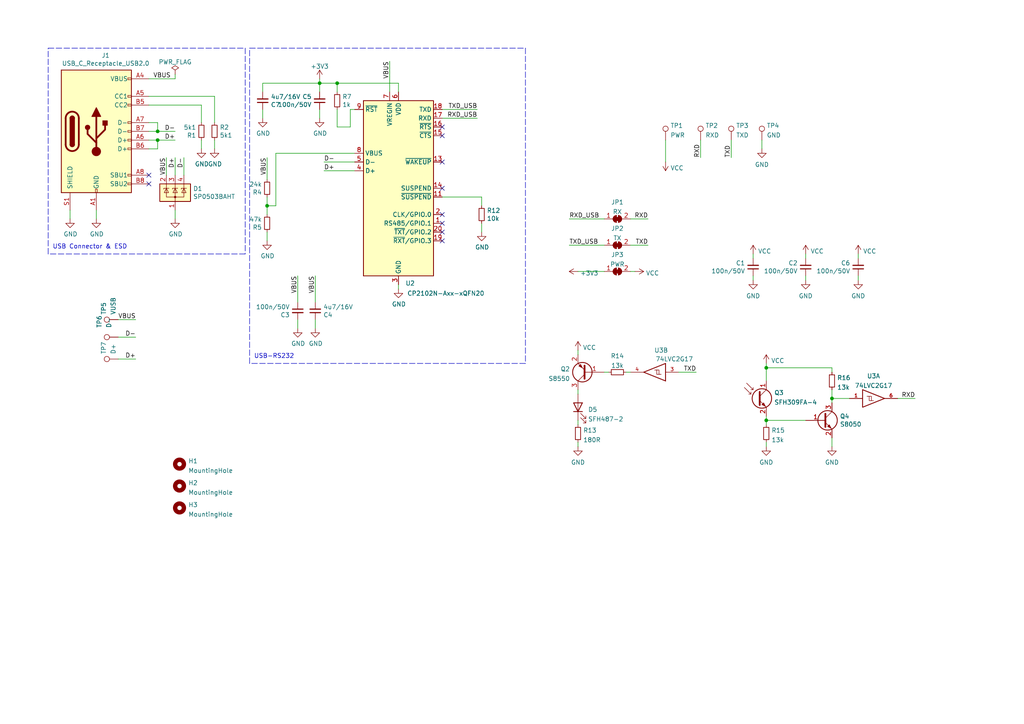
<source format=kicad_sch>
(kicad_sch (version 20211123) (generator eeschema)
  (paper "A4")
  (title_block (title "IEC-62056-21-Optical-Probe") (date "2022-01-05") (rev "1"))
  (lib_symbols
    (symbol "74xGxx:74LVC2G17" (pin_names (offset 1.016))
      (property "Reference" "U" (at -2.54 3.81 0))
      (property "Value" "74LVC2G17" (at 0 -3.81 0))
      (symbol "74LVC2G17_0_1"
        (polyline (pts (xy -1.905 0.635) (xy -1.27 0.635) (xy -1.27 -0.635)))
        (polyline (pts (xy -3.81 2.54) (xy -3.81 -2.54) (xy 2.54 0) (xy -3.81 2.54)) (stroke (width 0.254)))
        (polyline (pts (xy -2.54 0.635) (xy -1.905 0.635) (xy -1.905 -0.635) (xy -0.635 -0.635)))
        (pin power_in line (at 0 -2.54 270) (length 0) hide (name "GND") (number "2"))
        (pin power_in line (at 0 2.54 90) (length 0) hide (name "VCC") (number "5"))
      )
      (symbol "74LVC2G17_1_1"
        (pin input line (at -7.62 0 0) (length 3.81) (name "~") (number "1"))
        (pin output line (at 6.35 0 180) (length 3.81) (name "~") (number "6"))
      )
      (symbol "74LVC2G17_2_1"
        (pin input line (at -7.62 0 0) (length 3.81) (name "~") (number "3"))
        (pin output line (at 6.35 0 180) (length 3.81) (name "~") (number "4"))
      )
    )
    (symbol "Connector:TestPoint" (pin_numbers hide) (pin_names (offset 0.762) hide)
      (property "Reference" "TP" (at 0 6.858 0))
      (property "Value" "TestPoint" (at 0 5.08 0))
      (symbol "TestPoint_0_1"
        (circle (center 0 3.302) (radius 0.762))
      )
      (symbol "TestPoint_1_1"
        (pin passive line (at 0 0 90) (length 2.54) (name "1") (number "1"))
      )
    )
    (symbol "Connector:USB_C_Receptacle_USB2.0" (pin_names (offset 1.016))
      (property "Reference" "J" (at -10.16 19.05 0))
      (property "Value" "USB_C_Receptacle_USB2.0" (at 19.05 19.05 0))
      (symbol "USB_C_Receptacle_USB2.0_0_0"
        (rectangle (start -0.254 -17.78) (end 0.254 -16.764))
        (rectangle (start 10.16 -14.986) (end 9.144 -15.494))
        (rectangle (start 10.16 -12.446) (end 9.144 -12.954))
        (rectangle (start 10.16 -4.826) (end 9.144 -5.334))
        (rectangle (start 10.16 -2.286) (end 9.144 -2.794))
        (rectangle (start 10.16 0.254) (end 9.144 -0.254))
        (rectangle (start 10.16 2.794) (end 9.144 2.286))
        (rectangle (start 10.16 7.874) (end 9.144 7.366))
        (rectangle (start 10.16 10.414) (end 9.144 9.906))
        (rectangle (start 10.16 15.494) (end 9.144 14.986))
      )
      (symbol "USB_C_Receptacle_USB2.0_0_1"
        (rectangle (start -10.16 17.78) (end 10.16 -17.78) (stroke (width 0.254)) (fill (type background)))
        (arc (start -8.89 -3.81) (mid -6.985 -5.715) (end -5.08 -3.81) (stroke (width 0.508)))
        (arc (start -7.62 -3.81) (mid -6.985 -4.445) (end -6.35 -3.81) (stroke (width 0.254)))
        (arc (start -7.62 -3.81) (mid -6.985 -4.445) (end -6.35 -3.81) (stroke (width 0.254)) (fill (type outline)))
        (rectangle (start -7.62 -3.81) (end -6.35 3.81) (stroke (width 0.254)) (fill (type outline)))
        (arc (start -6.35 3.81) (mid -6.985 4.445) (end -7.62 3.81) (stroke (width 0.254)))
        (arc (start -6.35 3.81) (mid -6.985 4.445) (end -7.62 3.81) (stroke (width 0.254)) (fill (type outline)))
        (arc (start -5.08 3.81) (mid -6.985 5.715) (end -8.89 3.81) (stroke (width 0.508)))
        (circle (center -2.54 1.143) (radius 0.635) (stroke (width 0.254)) (fill (type outline)))
        (circle (center 0 -5.842) (radius 1.27) (fill (type outline)))
        (polyline (pts (xy -8.89 -3.81) (xy -8.89 3.81)) (stroke (width 0.508)))
        (polyline (pts (xy -5.08 3.81) (xy -5.08 -3.81)) (stroke (width 0.508)))
        (polyline (pts (xy 0 -5.842) (xy 0 4.318)) (stroke (width 0.508)))
        (polyline (pts (xy 0 -3.302) (xy -2.54 -0.762) (xy -2.54 0.508)) (stroke (width 0.508)))
        (polyline (pts (xy 0 -2.032) (xy 2.54 0.508) (xy 2.54 1.778)) (stroke (width 0.508)))
        (polyline (pts (xy -1.27 4.318) (xy 0 6.858) (xy 1.27 4.318) (xy -1.27 4.318)) (stroke (width 0.254)) (fill (type outline)))
        (rectangle (start 1.905 1.778) (end 3.175 3.048) (stroke (width 0.254)) (fill (type outline)))
      )
      (symbol "USB_C_Receptacle_USB2.0_1_1"
        (pin passive line (at 0 -22.86 90) (length 5.08) (name "GND") (number "A1"))
        (pin passive line (at 0 -22.86 90) (length 5.08) hide (name "GND") (number "A12"))
        (pin passive line (at 15.24 15.24 180) (length 5.08) (name "VBUS") (number "A4"))
        (pin bidirectional line (at 15.24 10.16 180) (length 5.08) (name "CC1") (number "A5"))
        (pin bidirectional line (at 15.24 -2.54 180) (length 5.08) (name "D+") (number "A6"))
        (pin bidirectional line (at 15.24 2.54 180) (length 5.08) (name "D-") (number "A7"))
        (pin bidirectional line (at 15.24 -12.7 180) (length 5.08) (name "SBU1") (number "A8"))
        (pin passive line (at 15.24 15.24 180) (length 5.08) hide (name "VBUS") (number "A9"))
        (pin passive line (at 0 -22.86 90) (length 5.08) hide (name "GND") (number "B1"))
        (pin passive line (at 0 -22.86 90) (length 5.08) hide (name "GND") (number "B12"))
        (pin passive line (at 15.24 15.24 180) (length 5.08) hide (name "VBUS") (number "B4"))
        (pin bidirectional line (at 15.24 7.62 180) (length 5.08) (name "CC2") (number "B5"))
        (pin bidirectional line (at 15.24 -5.08 180) (length 5.08) (name "D+") (number "B6"))
        (pin bidirectional line (at 15.24 0 180) (length 5.08) (name "D-") (number "B7"))
        (pin bidirectional line (at 15.24 -15.24 180) (length 5.08) (name "SBU2") (number "B8"))
        (pin passive line (at 15.24 15.24 180) (length 5.08) hide (name "VBUS") (number "B9"))
        (pin passive line (at -7.62 -22.86 90) (length 5.08) (name "SHIELD") (number "S1"))
      )
    )
    (symbol "Device:C_Small" (pin_numbers hide) (pin_names (offset 0.254) hide)
      (property "Reference" "C" (at 0.254 1.778 0))
      (property "Value" "C_Small" (at 0.254 -2.032 0))
      (symbol "C_Small_0_1"
        (polyline (pts (xy -1.524 -0.508) (xy 1.524 -0.508)) (stroke (width 0.3302)))
        (polyline (pts (xy -1.524 0.508) (xy 1.524 0.508)) (stroke (width 0.3048)))
      )
      (symbol "C_Small_1_1"
        (pin passive line (at 0 2.54 270) (length 2.032) (name "~") (number "1"))
        (pin passive line (at 0 -2.54 90) (length 2.032) (name "~") (number "2"))
      )
    )
    (symbol "Device:LED" (pin_numbers hide) (pin_names (offset 1.016) hide)
      (property "Reference" "D" (at 0 2.54 0))
      (property "Value" "LED" (at 0 -2.54 0))
      (symbol "LED_0_1"
        (polyline (pts (xy -1.27 -1.27) (xy -1.27 1.27)) (stroke (width 0.254)))
        (polyline (pts (xy -1.27 0) (xy 1.27 0)))
        (polyline (pts (xy 1.27 -1.27) (xy 1.27 1.27) (xy -1.27 0) (xy 1.27 -1.27)) (stroke (width 0.254)))
        (polyline (pts (xy -3.048 -0.762) (xy -4.572 -2.286) (xy -3.81 -2.286) (xy -4.572 -2.286) (xy -4.572 -1.524)))
        (polyline (pts (xy -1.778 -0.762) (xy -3.302 -2.286) (xy -2.54 -2.286) (xy -3.302 -2.286) (xy -3.302 -1.524)))
      )
      (symbol "LED_1_1"
        (pin passive line (at -3.81 0 0) (length 2.54) (name "K") (number "1"))
        (pin passive line (at 3.81 0 180) (length 2.54) (name "A") (number "2"))
      )
    )
    (symbol "Device:Q_NPN_BEC" (pin_names (offset 0) hide)
      (property "Reference" "Q" (at 5.08 1.27 0))
      (property "Value" "Q_NPN_BEC" (at 5.08 -1.27 0))
      (symbol "Q_NPN_BEC_0_1"
        (polyline (pts (xy 0.635 0.635) (xy 2.54 2.54)))
        (polyline (pts (xy 0.635 -0.635) (xy 2.54 -2.54) (xy 2.54 -2.54)))
        (polyline (pts (xy 0.635 1.905) (xy 0.635 -1.905) (xy 0.635 -1.905)) (stroke (width 0.508)))
        (polyline (pts (xy 1.27 -1.778) (xy 1.778 -1.27) (xy 2.286 -2.286) (xy 1.27 -1.778) (xy 1.27 -1.778)) (fill (type outline)))
        (circle (center 1.27 0) (radius 2.8194) (stroke (width 0.254)))
      )
      (symbol "Q_NPN_BEC_1_1"
        (pin input line (at -5.08 0 0) (length 5.715) (name "B") (number "1"))
        (pin passive line (at 2.54 -5.08 90) (length 2.54) (name "E") (number "2"))
        (pin passive line (at 2.54 5.08 270) (length 2.54) (name "C") (number "3"))
      )
    )
    (symbol "Device:Q_PNP_BEC" (pin_names (offset 0) hide)
      (property "Reference" "Q" (at 5.08 1.27 0))
      (property "Value" "Q_PNP_BEC" (at 5.08 -1.27 0))
      (symbol "Q_PNP_BEC_0_1"
        (polyline (pts (xy 0.635 0.635) (xy 2.54 2.54)))
        (polyline (pts (xy 0.635 -0.635) (xy 2.54 -2.54) (xy 2.54 -2.54)))
        (polyline (pts (xy 0.635 1.905) (xy 0.635 -1.905) (xy 0.635 -1.905)) (stroke (width 0.508)))
        (polyline (pts (xy 2.286 -1.778) (xy 1.778 -2.286) (xy 1.27 -1.27) (xy 2.286 -1.778) (xy 2.286 -1.778)) (fill (type outline)))
        (circle (center 1.27 0) (radius 2.8194) (stroke (width 0.254)))
      )
      (symbol "Q_PNP_BEC_1_1"
        (pin input line (at -5.08 0 0) (length 5.715) (name "B") (number "1"))
        (pin passive line (at 2.54 -5.08 90) (length 2.54) (name "E") (number "2"))
        (pin passive line (at 2.54 5.08 270) (length 2.54) (name "C") (number "3"))
      )
    )
    (symbol "Device:Q_Photo_NPN" (pin_names (offset 0) hide)
      (property "Reference" "Q" (at 5.08 1.27 0))
      (property "Value" "Q_Photo_NPN" (at 5.08 -1.27 0))
      (symbol "Q_Photo_NPN_0_1"
        (polyline (pts (xy -1.905 1.27) (xy -2.54 1.27)))
        (polyline (pts (xy -1.27 2.54) (xy -1.905 2.54)))
        (polyline (pts (xy 0.635 0.635) (xy 2.54 2.54)))
        (polyline (pts (xy -3.81 3.175) (xy -1.905 1.27) (xy -1.905 1.905)))
        (polyline (pts (xy -3.175 4.445) (xy -1.27 2.54) (xy -1.27 3.175)))
        (polyline (pts (xy 0.635 -0.635) (xy 2.54 -2.54) (xy 2.54 -2.54)))
        (polyline (pts (xy 0.635 1.905) (xy 0.635 -1.905) (xy 0.635 -1.905)) (stroke (width 0.508)))
        (polyline (pts (xy 1.27 -1.778) (xy 1.778 -1.27) (xy 2.286 -2.286) (xy 1.27 -1.778) (xy 1.27 -1.778)) (fill (type outline)))
        (circle (center 1.27 0) (radius 2.8194) (stroke (width 0.254)))
      )
      (symbol "Q_Photo_NPN_1_1"
        (pin passive line (at 2.54 5.08 270) (length 2.54) (name "C") (number "1"))
        (pin passive line (at 2.54 -5.08 90) (length 2.54) (name "E") (number "2"))
      )
    )
    (symbol "Device:R_Small" (pin_numbers hide) (pin_names (offset 0.254) hide)
      (property "Reference" "R" (at 0.762 0.508 0))
      (property "Value" "R_Small" (at 0.762 -1.016 0))
      (symbol "R_Small_0_1"
        (rectangle (start -0.762 1.778) (end 0.762 -1.778) (stroke (width 0.2032)))
      )
      (symbol "R_Small_1_1"
        (pin passive line (at 0 2.54 270) (length 0.762) (name "~") (number "1"))
        (pin passive line (at 0 -2.54 90) (length 0.762) (name "~") (number "2"))
      )
    )
    (symbol "Interface_USB:CP2102N-Axx-xQFN20"
      (property "Reference" "U" (at -8.89 26.67 0))
      (property "Value" "CP2102N-Axx-xQFN20" (at 12.7 26.67 0))
      (symbol "CP2102N-Axx-xQFN20_0_1"
        (rectangle (start -10.16 25.4) (end 10.16 -25.4) (stroke (width 0.254)) (fill (type background)))
      )
      (symbol "CP2102N-Axx-xQFN20_1_1"
        (pin bidirectional line (at 12.7 -10.16 180) (length 2.54) (name "RS485/GPIO.1") (number "1"))
        (pin no_connect line (at -10.16 -22.86 0) (length 2.54) hide (name "NC") (number "10"))
        (pin output line (at 12.7 -2.54 180) (length 2.54) (name "~{SUSPEND}") (number "11"))
        (pin passive line (at 0 -27.94 90) (length 2.54) hide (name "GND") (number "12"))
        (pin input line (at 12.7 7.62 180) (length 2.54) (name "~{WAKEUP}") (number "13"))
        (pin output line (at 12.7 0 180) (length 2.54) (name "SUSPEND") (number "14"))
        (pin input line (at 12.7 15.24 180) (length 2.54) (name "~{CTS}") (number "15"))
        (pin output line (at 12.7 17.78 180) (length 2.54) (name "~{RTS}") (number "16"))
        (pin input line (at 12.7 20.32 180) (length 2.54) (name "RXD") (number "17"))
        (pin output line (at 12.7 22.86 180) (length 2.54) (name "TXD") (number "18"))
        (pin bidirectional line (at 12.7 -15.24 180) (length 2.54) (name "~{RXT}/GPIO.3") (number "19"))
        (pin bidirectional line (at 12.7 -7.62 180) (length 2.54) (name "CLK/GPIO.0") (number "2"))
        (pin bidirectional line (at 12.7 -12.7 180) (length 2.54) (name "~{TXT}/GPIO.2") (number "20"))
        (pin passive line (at 0 -27.94 90) (length 2.54) hide (name "GND") (number "21"))
        (pin power_in line (at 0 -27.94 90) (length 2.54) (name "GND") (number "3"))
        (pin bidirectional line (at -12.7 5.08 0) (length 2.54) (name "D+") (number "4"))
        (pin bidirectional line (at -12.7 7.62 0) (length 2.54) (name "D-") (number "5"))
        (pin power_in line (at 0 27.94 270) (length 2.54) (name "VDD") (number "6"))
        (pin power_in line (at -2.54 27.94 270) (length 2.54) (name "VREGIN") (number "7"))
        (pin input line (at -12.7 10.16 0) (length 2.54) (name "VBUS") (number "8"))
        (pin input line (at -12.7 22.86 0) (length 2.54) (name "~{RST}") (number "9"))
      )
    )
    (symbol "Jumper:SolderJumper_2_Bridged" (pin_names (offset 0) hide)
      (property "Reference" "JP" (at 0 2.032 0))
      (property "Value" "SolderJumper_2_Bridged" (at 0 -2.54 0))
      (symbol "SolderJumper_2_Bridged_0_1"
        (rectangle (start -0.508 0.508) (end 0.508 -0.508) (fill (type outline)))
        (arc (start -0.254 1.016) (mid -1.27 0) (end -0.254 -1.016))
        (arc (start -0.254 1.016) (mid -1.27 0) (end -0.254 -1.016) (fill (type outline)))
        (polyline (pts (xy -0.254 1.016) (xy -0.254 -1.016)))
        (polyline (pts (xy 0.254 1.016) (xy 0.254 -1.016)))
        (arc (start 0.254 -1.016) (mid 1.27 0) (end 0.254 1.016))
        (arc (start 0.254 -1.016) (mid 1.27 0) (end 0.254 1.016) (fill (type outline)))
      )
      (symbol "SolderJumper_2_Bridged_1_1"
        (pin passive line (at -3.81 0 0) (length 2.54) (name "A") (number "1"))
        (pin passive line (at 3.81 0 180) (length 2.54) (name "B") (number "2"))
      )
    )
    (symbol "Mechanical:MountingHole" (pin_names (offset 1.016))
      (property "Reference" "H" (at 0 5.08 0))
      (property "Value" "MountingHole" (at 0 3.175 0))
      (symbol "MountingHole_0_1"
        (circle (center 0 0) (radius 1.27) (stroke (width 1.27)))
      )
    )
    (symbol "Power_Protection:SP0503BAHT" (pin_names hide)
      (property "Reference" "D" (at 5.715 2.54 0))
      (property "Value" "SP0503BAHT" (at 5.715 0.635 0))
      (symbol "SP0503BAHT_0_0"
        (pin passive line (at 0 -5.08 90) (length 2.54) (name "A") (number "1"))
      )
      (symbol "SP0503BAHT_0_1"
        (rectangle (start -4.445 2.54) (end 4.445 -2.54) (stroke (width 0.254)) (fill (type background)))
        (circle (center 0 -1.27) (radius 0.254) (fill (type outline)))
        (polyline (pts (xy -2.54 2.54) (xy -2.54 1.27)))
        (polyline (pts (xy 0 -1.27) (xy 0 -2.54)))
        (polyline (pts (xy 0 -1.27) (xy 0 1.27)))
        (polyline (pts (xy 0 2.54) (xy 0 1.27)))
        (polyline (pts (xy 0.635 1.27) (xy 0.762 1.27)))
        (polyline (pts (xy 2.54 2.54) (xy 2.54 1.27)))
        (polyline (pts (xy 0.635 1.27) (xy -0.762 1.27) (xy -0.762 1.016)))
        (polyline (pts (xy -3.302 1.016) (xy -3.302 1.27) (xy -1.905 1.27) (xy -1.778 1.27)))
        (polyline (pts (xy -2.54 1.27) (xy -2.54 -1.27) (xy 2.54 -1.27) (xy 2.54 1.27)))
        (polyline (pts (xy -2.54 1.27) (xy -1.905 0) (xy -3.175 0) (xy -2.54 1.27)))
        (polyline (pts (xy 0.635 0) (xy -0.635 0) (xy 0 1.27) (xy 0.635 0)))
        (polyline (pts (xy 1.778 1.016) (xy 1.778 1.27) (xy 3.175 1.27) (xy 3.302 1.27)))
        (polyline (pts (xy 2.54 1.27) (xy 1.905 0) (xy 3.175 0) (xy 2.54 1.27)))
      )
      (symbol "SP0503BAHT_1_1"
        (pin passive line (at -2.54 5.08 270) (length 2.54) (name "K") (number "2"))
        (pin passive line (at 0 5.08 270) (length 2.54) (name "K") (number "3"))
        (pin passive line (at 2.54 5.08 270) (length 2.54) (name "K") (number "4"))
      )
    )
    (symbol "power:+3V3" (power) (pin_names (offset 0))
      (property "Value" "+3V3" (at 0 3.556 0))
      (symbol "+3V3_0_1"
        (polyline (pts (xy -0.762 1.27) (xy 0 2.54)))
        (polyline (pts (xy 0 0) (xy 0 2.54)))
        (polyline (pts (xy 0 2.54) (xy 0.762 1.27)))
      )
      (symbol "+3V3_1_1"
        (pin power_in line (at 0 0 90) (length 0) hide (name "+3V3") (number "1"))
      )
    )
    (symbol "power:GND" (power) (pin_names (offset 0))
      (property "Value" "GND" (at 0 -3.81 0))
      (symbol "GND_0_1"
        (polyline (pts (xy 0 0) (xy 0 -1.27) (xy 1.27 -1.27) (xy 0 -2.54) (xy -1.27 -1.27) (xy 0 -1.27)))
      )
      (symbol "GND_1_1"
        (pin power_in line (at 0 0 270) (length 0) hide (name "GND") (number "1"))
      )
    )
    (symbol "power:PWR_FLAG" (power) (pin_numbers hide) (pin_names (offset 0) hide)
      (property "Value" "PWR_FLAG" (at 0 3.81 0))
      (symbol "PWR_FLAG_0_0"
        (pin power_out line (at 0 0 90) (length 0) (name "pwr") (number "1"))
      )
      (symbol "PWR_FLAG_0_1"
        (polyline (pts (xy 0 0) (xy 0 1.27) (xy -1.016 1.905) (xy 0 2.54) (xy 1.016 1.905) (xy 0 1.27)))
      )
    )
    (symbol "power:VCC" (power) (pin_names (offset 0))
      (property "Value" "VCC" (at 0 3.81 0))
      (symbol "VCC_0_1"
        (polyline (pts (xy -0.762 1.27) (xy 0 2.54)))
        (polyline (pts (xy 0 0) (xy 0 2.54)))
        (polyline (pts (xy 0 2.54) (xy 0.762 1.27)))
      )
      (symbol "VCC_1_1"
        (pin power_in line (at 0 0 90) (length 0) hide (name "VCC") (number "1"))
      )
    )
  )
  (junction (at 77.47 59.69))
  (junction (at 241.3 115.57))
  (junction (at 45.72 38.1))
  (junction (at 92.71 24.13))
  (junction (at 222.25 121.92))
  (junction (at 222.25 106.68))
  (junction (at 45.72 40.64))
  (junction (at 97.79 24.13))
  (no_connect (at 43.18 50.8))
  (no_connect (at 128.27 54.61))
  (no_connect (at 128.27 69.85))
  (no_connect (at 43.18 53.34))
  (no_connect (at 128.27 67.31))
  (no_connect (at 128.27 62.23))
  (no_connect (at 128.27 36.83))
  (no_connect (at 128.27 39.37))
  (no_connect (at 128.27 46.99))
  (no_connect (at 128.27 64.77))
  (wire (pts (xy 212.09 40.64) (xy 212.09 45.72)))
  (wire (pts (xy 241.3 115.57) (xy 241.3 116.84)))
  (wire (pts (xy 43.18 30.48) (xy 58.42 30.48)))
  (wire (pts (xy 167.64 78.74) (xy 175.26 78.74)))
  (wire (pts (xy 77.47 59.69) (xy 77.47 62.23)))
  (wire (pts (xy 101.6 31.75) (xy 101.6 36.83)))
  (polyline (pts (xy 13.97 73.66) (xy 13.97 13.97)))
  (wire (pts (xy 48.26 45.72) (xy 48.26 50.8)))
  (wire (pts (xy 128.27 57.15) (xy 139.7 57.15)))
  (wire (pts (xy 222.25 128.27) (xy 222.25 129.54)))
  (wire (pts (xy 53.34 50.8) (xy 53.34 45.72)))
  (wire (pts (xy 50.8 22.86) (xy 50.8 21.59)))
  (wire (pts (xy 34.29 92.71) (xy 39.37 92.71)))
  (wire (pts (xy 97.79 26.67) (xy 97.79 24.13)))
  (wire (pts (xy 77.47 59.69) (xy 80.01 59.69)))
  (wire (pts (xy 43.18 27.94) (xy 62.23 27.94)))
  (wire (pts (xy 233.68 73.66) (xy 233.68 74.93)))
  (wire (pts (xy 241.3 127) (xy 241.3 129.54)))
  (wire (pts (xy 248.92 80.01) (xy 248.92 81.28)))
  (wire (pts (xy 20.32 63.5) (xy 20.32 60.96)))
  (wire (pts (xy 248.92 73.66) (xy 248.92 74.93)))
  (wire (pts (xy 27.94 63.5) (xy 27.94 60.96)))
  (wire (pts (xy 182.88 71.12) (xy 187.96 71.12)))
  (wire (pts (xy 167.64 101.6) (xy 167.64 102.87)))
  (wire (pts (xy 34.29 104.14) (xy 39.37 104.14)))
  (wire (pts (xy 45.72 38.1) (xy 50.8 38.1)))
  (wire (pts (xy 80.01 44.45) (xy 102.87 44.45)))
  (wire (pts (xy 43.18 22.86) (xy 50.8 22.86)))
  (wire (pts (xy 182.88 78.74) (xy 184.15 78.74)))
  (wire (pts (xy 92.71 31.75) (xy 92.71 34.29)))
  (wire (pts (xy 45.72 40.64) (xy 50.8 40.64)))
  (wire (pts (xy 222.25 121.92) (xy 233.68 121.92)))
  (wire (pts (xy 222.25 105.41) (xy 222.25 106.68)))
  (polyline (pts (xy 13.97 13.97) (xy 71.12 13.97)))
  (wire (pts (xy 34.29 97.79) (xy 39.37 97.79)))
  (polyline (pts (xy 72.39 105.41) (xy 72.39 13.97)))
  (wire (pts (xy 115.57 24.13) (xy 115.57 26.67)))
  (wire (pts (xy 92.71 22.86) (xy 92.71 24.13)))
  (wire (pts (xy 91.44 80.01) (xy 91.44 87.63)))
  (polyline (pts (xy 71.12 13.97) (xy 71.12 73.66)))
  (wire (pts (xy 76.2 31.75) (xy 76.2 34.29)))
  (wire (pts (xy 62.23 27.94) (xy 62.23 35.56)))
  (wire (pts (xy 181.61 107.95) (xy 182.88 107.95)))
  (wire (pts (xy 139.7 64.77) (xy 139.7 67.31)))
  (wire (pts (xy 233.68 80.01) (xy 233.68 81.28)))
  (wire (pts (xy 241.3 115.57) (xy 246.38 115.57)))
  (wire (pts (xy 86.36 95.25) (xy 86.36 92.71)))
  (wire (pts (xy 222.25 120.65) (xy 222.25 121.92)))
  (wire (pts (xy 91.44 92.71) (xy 91.44 95.25)))
  (wire (pts (xy 86.36 80.01) (xy 86.36 87.63)))
  (wire (pts (xy 113.03 17.78) (xy 113.03 26.67)))
  (wire (pts (xy 220.98 40.64) (xy 220.98 43.18)))
  (polyline (pts (xy 152.4 13.97) (xy 152.4 105.41)))
  (wire (pts (xy 43.18 38.1) (xy 45.72 38.1)))
  (wire (pts (xy 182.88 63.5) (xy 187.96 63.5)))
  (wire (pts (xy 167.64 128.27) (xy 167.64 129.54)))
  (wire (pts (xy 58.42 40.64) (xy 58.42 43.18)))
  (wire (pts (xy 167.64 121.92) (xy 167.64 123.19)))
  (wire (pts (xy 203.2 40.64) (xy 203.2 45.72)))
  (wire (pts (xy 92.71 24.13) (xy 97.79 24.13)))
  (wire (pts (xy 45.72 35.56) (xy 43.18 35.56)))
  (wire (pts (xy 77.47 52.07) (xy 77.47 45.72)))
  (wire (pts (xy 139.7 57.15) (xy 139.7 59.69)))
  (wire (pts (xy 93.98 46.99) (xy 102.87 46.99)))
  (wire (pts (xy 222.25 106.68) (xy 241.3 106.68)))
  (wire (pts (xy 80.01 59.69) (xy 80.01 44.45)))
  (wire (pts (xy 222.25 110.49) (xy 222.25 106.68)))
  (wire (pts (xy 45.72 38.1) (xy 45.72 35.56)))
  (wire (pts (xy 196.85 107.95) (xy 201.93 107.95)))
  (wire (pts (xy 43.18 40.64) (xy 45.72 40.64)))
  (wire (pts (xy 102.87 31.75) (xy 101.6 31.75)))
  (wire (pts (xy 62.23 43.18) (xy 62.23 40.64)))
  (wire (pts (xy 97.79 24.13) (xy 115.57 24.13)))
  (wire (pts (xy 241.3 113.03) (xy 241.3 115.57)))
  (wire (pts (xy 102.87 49.53) (xy 93.98 49.53)))
  (wire (pts (xy 45.72 43.18) (xy 43.18 43.18)))
  (wire (pts (xy 128.27 31.75) (xy 138.43 31.75)))
  (wire (pts (xy 218.44 73.66) (xy 218.44 74.93)))
  (wire (pts (xy 101.6 36.83) (xy 97.79 36.83)))
  (polyline (pts (xy 72.39 13.97) (xy 152.4 13.97)))
  (wire (pts (xy 58.42 30.48) (xy 58.42 35.56)))
  (wire (pts (xy 76.2 24.13) (xy 92.71 24.13)))
  (wire (pts (xy 50.8 45.72) (xy 50.8 50.8)))
  (wire (pts (xy 128.27 34.29) (xy 138.43 34.29)))
  (wire (pts (xy 97.79 31.75) (xy 97.79 36.83)))
  (wire (pts (xy 165.1 63.5) (xy 175.26 63.5)))
  (polyline (pts (xy 71.12 73.66) (xy 13.97 73.66)))
  (wire (pts (xy 241.3 106.68) (xy 241.3 107.95)))
  (wire (pts (xy 222.25 121.92) (xy 222.25 123.19)))
  (wire (pts (xy 77.47 57.15) (xy 77.47 59.69)))
  (wire (pts (xy 167.64 113.03) (xy 167.64 114.3)))
  (wire (pts (xy 76.2 24.13) (xy 76.2 26.67)))
  (polyline (pts (xy 152.4 105.41) (xy 72.39 105.41)))
  (wire (pts (xy 50.8 63.5) (xy 50.8 60.96)))
  (wire (pts (xy 92.71 26.67) (xy 92.71 24.13)))
  (wire (pts (xy 218.44 80.01) (xy 218.44 81.28)))
  (wire (pts (xy 45.72 40.64) (xy 45.72 43.18)))
  (wire (pts (xy 115.57 82.55) (xy 115.57 83.82)))
  (wire (pts (xy 193.04 40.64) (xy 193.04 46.99)))
  (wire (pts (xy 165.1 71.12) (xy 175.26 71.12)))
  (wire (pts (xy 260.35 115.57) (xy 265.43 115.57)))
  (wire (pts (xy 77.47 69.85) (xy 77.47 67.31)))
  (wire (pts (xy 175.26 107.95) (xy 176.53 107.95)))
  (text "USB Connector & ESD" (at 15.24 72.39 0) (effects (font (size 1.27 1.27)) (justify left bottom)))
  (text "USB-RS232" (at 73.66 104.14 0) (effects (font (size 1.27 1.27)) (justify left bottom)))
  (label "TXD_USB" (at 138.43 31.75 180))
  (label "D-" (at 39.37 97.79 180))
  (label "D-" (at 53.34 45.72 270))
  (label "TXD" (at 187.96 71.12 180))
  (label "VBUS" (at 86.36 80.01 270))
  (label "RXD_USB" (at 138.43 34.29 180))
  (label "D-" (at 93.98 46.99 0))
  (label "VBUS" (at 48.26 45.72 270))
  (label "D+" (at 93.98 49.53 0))
  (label "RXD" (at 265.43 115.57 180))
  (label "D+" (at 50.8 40.64 180))
  (label "VBUS" (at 91.44 80.01 270))
  (label "D+" (at 39.37 104.14 180))
  (label "VBUS" (at 77.47 45.72 270))
  (label "RXD" (at 203.2 45.72 90))
  (label "TXD" (at 201.93 107.95 180))
  (label "D+" (at 50.8 45.72 270))
  (label "TXD" (at 212.09 45.72 90))
  (label "VBUS" (at 39.37 92.71 180))
  (label "TXD_USB" (at 165.1 71.12 0))
  (label "RXD" (at 187.96 63.5 180))
  (label "D-" (at 50.8 38.1 180))
  (label "VBUS" (at 49.53 22.86 180))
  (label "VBUS" (at 113.03 17.78 270))
  (label "RXD_USB" (at 165.1 63.5 0))
  (symbol (lib_id "power:GND") (at 62.23 43.18 0) (unit 1)
    (property "Reference" "#PWR0102" (effects hide))
    (property "Value" "GND" (at 62.357 47.5742 0))
  )
  (symbol (lib_id "power:VCC") (at 193.04 46.99 180) (unit 1)
    (property "Reference" "#PWR0131" (effects hide))
    (property "Value" "VCC" (at 194.437 48.739 0) (effects (justify right)))
  )
  (symbol (lib_id "Mechanical:MountingHole") (at 52.07 134.62 0) (unit 1)
    (property "Reference" "H1" (at 54.61 133.7115 0) (effects (justify left)))
    (property "Value" "MountingHole" (at 54.61 136.4866 0) (effects (justify left)))
    (property "Footprint" "twam-Misc:MountingHole_JLCPCB" (effects hide))
  )
  (symbol (lib_id "Connector:TestPoint") (at 193.04 40.64 0) (unit 1)
    (property "Reference" "TP1" (at 194.437 36.4295 0) (effects (justify left)))
    (property "Value" "PWR" (at 194.437 39.2046 0) (effects (justify left)))
    (property "Footprint" "TestPoint:TestPoint_Pad_2.0x2.0mm" (effects hide))
  )
  (symbol (lib_id "Device:C_Small") (at 92.71 29.21 0) (mirror x) (unit 1)
    (property "Reference" "C5" (at 90.3986 28.0416 0) (effects (justify right)))
    (property "Value" "100n/50V" (at 90.3986 30.353 0) (effects (justify right)))
    (property "Footprint" "Capacitor_SMD:C_0603_1608Metric" (effects hide))
    (property "LCSC" "C14663" (effects hide))
  )
  (symbol (lib_id "power:GND") (at 167.64 129.54 0) (unit 1)
    (property "Reference" "#PWR0125" (effects hide))
    (property "Value" "GND" (at 167.64 134.1025 0))
  )
  (symbol (lib_id "power:GND") (at 220.98 43.18 0) (unit 1)
    (property "Reference" "#PWR0113" (effects hide))
    (property "Value" "GND" (at 220.98 47.7425 0))
  )
  (symbol (lib_id "Device:Q_PNP_BEC") (at 170.18 107.95 180) (unit 1)
    (property "Reference" "Q2" (at 165.3286 107.0415 0) (effects (justify left)))
    (property "Value" "S8550" (at 165.3286 109.8166 0) (effects (justify left)))
    (property "Footprint" "Package_TO_SOT_SMD:SOT-23" (effects hide))
    (property "LCSC" "C105432" (effects hide))
  )
  (symbol (lib_id "power:GND") (at 218.44 81.28 0) (unit 1)
    (property "Reference" "#PWR0109" (effects hide))
    (property "Value" "GND" (at 218.44 85.8425 0))
  )
  (symbol (lib_id "power:PWR_FLAG") (at 50.8 21.59 0) (unit 1)
    (property "Reference" "#FLG0101" (effects hide))
    (property "Value" "PWR_FLAG" (at 50.8 17.9855 0))
  )
  (symbol (lib_id "Jumper:SolderJumper_2_Bridged") (at 179.07 71.12 0) (unit 1)
    (property "Reference" "JP2" (at 179.07 66.2645 0))
    (property "Value" "TX" (at 179.07 69.0396 0))
    (property "Footprint" "Jumper:SolderJumper-2_P1.3mm_Bridged_RoundedPad1.0x1.5mm" (effects hide))
  )
  (symbol (lib_id "74xGxx:74LVC2G17") (at 189.23 107.95 180) (unit 2)
    (property "Reference" "U3" (at 191.77 101.6 0))
    (property "Value" "74LVC2G17" (at 195.58 104.14 0))
    (property "Footprint" "Package_SO:SC-74-6_1.5x2.9mm_P0.95mm" (effects hide))
    (property "Datasheet" "http://www.ti.com/lit/sg/scyt129e/scyt129e.pdf" (effects hide))
    (property "LCSC" "C513289" (effects hide))
  )
  (symbol (lib_id "power:GND") (at 92.71 34.29 0) (unit 1)
    (property "Reference" "#PWR0120" (effects hide))
    (property "Value" "GND" (at 92.837 38.6842 0))
  )
  (symbol (lib_id "Device:R_Small") (at 77.47 64.77 0) (unit 1)
    (property "Reference" "R5" (at 75.9714 65.9384 0) (effects (justify right)))
    (property "Value" "47k" (at 75.9714 63.627 0) (effects (justify right)))
    (property "Footprint" "Resistor_SMD:R_0603_1608Metric" (effects hide))
    (property "LCSC" "C25819" (effects hide))
  )
  (symbol (lib_id "Device:C_Small") (at 76.2 29.21 0) (mirror x) (unit 1)
    (property "Reference" "C7" (at 78.5368 30.3784 0) (effects (justify left)))
    (property "Value" "4u7/16V" (at 78.5368 28.067 0) (effects (justify left)))
    (property "Footprint" "Capacitor_SMD:C_0603_1608Metric" (effects hide))
    (property "LCSC" "C19666" (effects hide))
  )
  (symbol (lib_id "Interface_USB:CP2102N-Axx-xQFN20") (at 115.57 54.61 0) (unit 1)
    (property "Reference" "U2" (at 117.5894 82.1595 0) (effects (justify left)))
    (property "Value" "CP2102N-Axx-xQFN20" (at 118.11 85.09 0) (effects (justify left)))
    (property "Footprint" "Package_DFN_QFN:SiliconLabs_QFN-20-1EP_3x3mm_P0.5mm_EP1.8x1.8mm" (effects hide))
    (property "Datasheet" "https://www.silabs.com/documents/public/data-sheets/cp2102n-datasheet.pdf" (effects hide))
    (property "LCSC" "C969913" (effects hide))
  )
  (symbol (lib_id "Device:R_Small") (at 179.07 107.95 90) (unit 1)
    (property "Reference" "R14" (at 179.07 103.2469 90))
    (property "Value" "13k" (at 179.07 106.022 90))
    (property "Footprint" "Resistor_SMD:R_0603_1608Metric" (effects hide))
    (property "LCSC" "C22797" (effects hide))
  )
  (symbol (lib_id "Connector:TestPoint") (at 203.2 40.64 0) (unit 1)
    (property "Reference" "TP2" (at 204.597 36.4295 0) (effects (justify left)))
    (property "Value" "RXD" (at 204.597 39.2046 0) (effects (justify left)))
    (property "Footprint" "TestPoint:TestPoint_Pad_2.0x2.0mm" (effects hide))
  )
  (symbol (lib_id "Device:C_Small") (at 218.44 77.47 0) (mirror x) (unit 1)
    (property "Reference" "C1" (at 216.1286 76.3016 0) (effects (justify right)))
    (property "Value" "100n/50V" (at 216.1286 78.613 0) (effects (justify right)))
    (property "Footprint" "Capacitor_SMD:C_0603_1608Metric" (effects hide))
    (property "LCSC" "C14663" (effects hide))
  )
  (symbol (lib_id "power:GND") (at 77.47 69.85 0) (unit 1)
    (property "Reference" "#PWR0119" (effects hide))
    (property "Value" "GND" (at 77.597 74.2442 0))
  )
  (symbol (lib_id "power:GND") (at 115.57 83.82 0) (unit 1)
    (property "Reference" "#PWR0108" (effects hide))
    (property "Value" "GND" (at 115.697 88.2142 0))
  )
  (symbol (lib_id "Jumper:SolderJumper_2_Bridged") (at 179.07 78.74 0) (unit 1)
    (property "Reference" "JP3" (at 179.07 73.8845 0))
    (property "Value" "PWR" (at 179.07 76.6596 0))
    (property "Footprint" "Jumper:SolderJumper-2_P1.3mm_Bridged_RoundedPad1.0x1.5mm" (effects hide))
  )
  (symbol (lib_id "Device:Q_Photo_NPN") (at 219.71 115.57 0) (unit 1)
    (property "Reference" "Q3" (at 224.5614 113.9122 0) (effects (justify left)))
    (property "Value" "SFH309FA-4" (at 224.5614 116.6873 0) (effects (justify left)))
    (property "Footprint" "LED_THT:LED_D3.0mm_Clear" (effects hide))
  )
  (symbol (lib_id "Device:R_Small") (at 167.64 125.73 0) (unit 1)
    (property "Reference" "R13" (at 169.1386 124.8215 0) (effects (justify left)))
    (property "Value" "180R" (at 169.1386 127.5966 0) (effects (justify left)))
    (property "Footprint" "Resistor_SMD:R_0603_1608Metric" (effects hide))
    (property "LCSC" "C22828" (effects hide))
  )
  (symbol (lib_id "Device:C_Small") (at 91.44 90.17 0) (mirror x) (unit 1)
    (property "Reference" "C4" (at 93.7768 91.3384 0) (effects (justify left)))
    (property "Value" "4u7/16V" (at 93.7768 89.027 0) (effects (justify left)))
    (property "Footprint" "Capacitor_SMD:C_0603_1608Metric" (effects hide))
    (property "LCSC" "C19666" (effects hide))
  )
  (symbol (lib_id "power:+3V3") (at 92.71 22.86 0) (unit 1)
    (property "Reference" "#PWR0114" (effects hide))
    (property "Value" "+3V3" (at 92.71 19.2555 0))
  )
  (symbol (lib_id "power:GND") (at 248.92 81.28 0) (unit 1)
    (property "Reference" "#PWR0111" (effects hide))
    (property "Value" "GND" (at 248.92 85.8425 0))
  )
  (symbol (lib_id "Device:LED") (at 167.64 118.11 90) (unit 1)
    (property "Reference" "D5" (at 170.561 118.789 90) (effects (justify right)))
    (property "Value" "SFH487-2" (at 170.561 121.5641 90) (effects (justify right)))
    (property "Footprint" "LED_THT:LED_D3.0mm_IRBlack" (effects hide))
  )
  (symbol (lib_id "Connector:TestPoint") (at 220.98 40.64 0) (unit 1)
    (property "Reference" "TP4" (at 222.377 36.4295 0) (effects (justify left)))
    (property "Value" "GND" (at 222.377 39.2046 0) (effects (justify left)))
    (property "Footprint" "TestPoint:TestPoint_Pad_2.0x2.0mm" (effects hide))
  )
  (symbol (lib_id "power:GND") (at 241.3 129.54 0) (unit 1)
    (property "Reference" "#PWR0128" (effects hide))
    (property "Value" "GND" (at 241.3 134.1025 0))
  )
  (symbol (lib_id "power:GND") (at 20.32 63.5 0) (unit 1)
    (property "Reference" "#PWR0104" (effects hide))
    (property "Value" "GND" (at 20.447 67.8942 0))
  )
  (symbol (lib_id "power:GND") (at 50.8 63.5 0) (unit 1)
    (property "Reference" "#PWR0105" (effects hide))
    (property "Value" "GND" (at 50.927 67.8942 0))
  )
  (symbol (lib_id "Connector:TestPoint") (at 34.29 92.71 90) (unit 1)
    (property "Reference" "TP5" (at 30.0795 91.313 0) (effects (justify left)))
    (property "Value" "VUSB" (at 32.8546 91.313 0) (effects (justify left)))
    (property "Footprint" "TestPoint:TestPoint_Pad_2.0x2.0mm" (effects hide))
  )
  (symbol (lib_id "Device:Q_NPN_BEC") (at 238.76 121.92 0) (unit 1)
    (property "Reference" "Q4" (at 243.6114 120.7516 0) (effects (justify left)))
    (property "Value" "S8050" (at 243.6114 123.063 0) (effects (justify left)))
    (property "Footprint" "Package_TO_SOT_SMD:SOT-23" (effects hide))
    (property "LCSC" "C2146" (effects hide))
  )
  (symbol (lib_id "power:GND") (at 91.44 95.25 0) (unit 1)
    (property "Reference" "#PWR0122" (effects hide))
    (property "Value" "GND" (at 91.567 99.6442 0))
  )
  (symbol (lib_id "power:VCC") (at 222.25 105.41 0) (unit 1)
    (property "Reference" "#PWR0116" (effects hide))
    (property "Value" "VCC" (at 223.647 104.619 0) (effects (justify left)))
  )
  (symbol (lib_id "power:GND") (at 222.25 129.54 0) (unit 1)
    (property "Reference" "#PWR0127" (effects hide))
    (property "Value" "GND" (at 222.25 134.1025 0))
  )
  (symbol (lib_id "Mechanical:MountingHole") (at 52.07 147.32 0) (unit 1)
    (property "Reference" "H3" (at 54.61 146.4115 0) (effects (justify left)))
    (property "Value" "MountingHole" (at 54.61 149.1866 0) (effects (justify left)))
    (property "Footprint" "twam-Misc:MountingHole_JLCPCB" (effects hide))
  )
  (symbol (lib_id "Device:R_Small") (at 241.3 110.49 0) (unit 1)
    (property "Reference" "R16" (at 242.7986 109.5815 0) (effects (justify left)))
    (property "Value" "13k" (at 242.7986 112.3566 0) (effects (justify left)))
    (property "Footprint" "Resistor_SMD:R_0603_1608Metric" (effects hide))
    (property "LCSC" "C22797" (effects hide))
  )
  (symbol (lib_id "Mechanical:MountingHole") (at 52.07 140.97 0) (unit 1)
    (property "Reference" "H2" (at 54.61 140.0615 0) (effects (justify left)))
    (property "Value" "MountingHole" (at 54.61 142.8366 0) (effects (justify left)))
    (property "Footprint" "twam-Misc:MountingHole_JLCPCB" (effects hide))
  )
  (symbol (lib_id "power:GND") (at 139.7 67.31 0) (unit 1)
    (property "Reference" "#PWR0106" (effects hide))
    (property "Value" "GND" (at 139.827 71.7042 0))
  )
  (symbol (lib_id "Device:R_Small") (at 139.7 62.23 180) (unit 1)
    (property "Reference" "R12" (at 141.1986 61.0616 0) (effects (justify right)))
    (property "Value" "10k" (at 141.1986 63.373 0) (effects (justify right)))
    (property "Footprint" "Resistor_SMD:R_0603_1608Metric" (effects hide))
    (property "LCSC" "C25804" (effects hide))
  )
  (symbol (lib_id "power:+3V3") (at 167.64 78.74 90) (unit 1)
    (property "Reference" "#PWR0112" (effects hide))
    (property "Value" "+3V3" (at 168.275 79.219 90) (effects (justify right)))
  )
  (symbol (lib_id "Device:R_Small") (at 58.42 38.1 0) (unit 1)
    (property "Reference" "R1" (at 56.9214 39.2684 0) (effects (justify right)))
    (property "Value" "5k1" (at 56.9214 36.957 0) (effects (justify right)))
    (property "Footprint" "Resistor_SMD:R_0603_1608Metric" (effects hide))
    (property "LCSC" "C23186" (effects hide))
  )
  (symbol (lib_id "Device:R_Small") (at 97.79 29.21 180) (unit 1)
    (property "Reference" "R7" (at 99.2886 28.0416 0) (effects (justify right)))
    (property "Value" "1k" (at 99.2886 30.353 0) (effects (justify right)))
    (property "Footprint" "Resistor_SMD:R_0603_1608Metric" (effects hide))
    (property "LCSC" "C21190" (effects hide))
  )
  (symbol (lib_id "Connector:TestPoint") (at 34.29 97.79 90) (unit 1)
    (property "Reference" "TP6" (at 28.8095 95.123 0) (effects (justify left)))
    (property "Value" "D-" (at 31.5846 95.123 0) (effects (justify left)))
    (property "Footprint" "TestPoint:TestPoint_Pad_2.0x2.0mm" (effects hide))
  )
  (symbol (lib_id "power:GND") (at 58.42 43.18 0) (unit 1)
    (property "Reference" "#PWR0101" (effects hide))
    (property "Value" "GND" (at 58.547 47.5742 0))
  )
  (symbol (lib_id "power:VCC") (at 184.15 78.74 270) (unit 1)
    (property "Reference" "#PWR0129" (effects hide))
    (property "Value" "VCC" (at 187.325 79.219 90) (effects (justify left)))
  )
  (symbol (lib_id "Connector:USB_C_Receptacle_USB2.0") (at 27.94 38.1 0) (unit 1)
    (property "Reference" "J1" (at 30.6578 16.0782 0))
    (property "Value" "USB_C_Receptacle_USB2.0" (at 30.6578 18.3896 0))
    (property "Footprint" "Connector_USB:USB_C_Receptacle_XKB_U262-16XN-4BVC11" (effects hide))
    (property "Datasheet" "https://www.usb.org/sites/default/files/documents/usb_type-c.zip" (effects hide))
    (property "LCSC" "C165948" (effects hide))
  )
  (symbol (lib_id "Device:C_Small") (at 86.36 90.17 0) (unit 1)
    (property "Reference" "C3" (at 84.0486 91.3384 0) (effects (justify right)))
    (property "Value" "100n/50V" (at 84.0486 89.027 0) (effects (justify right)))
    (property "Footprint" "Capacitor_SMD:C_0603_1608Metric" (effects hide))
    (property "LCSC" "C14663" (effects hide))
  )
  (symbol (lib_id "power:VCC") (at 218.44 73.66 0) (unit 1)
    (property "Reference" "#PWR0126" (effects hide))
    (property "Value" "VCC" (at 219.837 72.869 0) (effects (justify left)))
  )
  (symbol (lib_id "Power_Protection:SP0503BAHT") (at 50.8 55.88 0) (unit 1)
    (property "Reference" "D1" (at 56.007 54.7116 0) (effects (justify left)))
    (property "Value" "SP0503BAHT" (at 56.007 57.023 0) (effects (justify left)))
    (property "Footprint" "Package_TO_SOT_SMD:SOT-143" (effects hide))
    (property "Datasheet" "http://www.littelfuse.com/~/media/files/littelfuse/technical%20resources/documents/data%20sheets/sp05xxba.pdf" (effects hide))
    (property "LCSC" "C7074" (effects hide))
  )
  (symbol (lib_id "power:GND") (at 86.36 95.25 0) (unit 1)
    (property "Reference" "#PWR0121" (effects hide))
    (property "Value" "GND" (at 86.487 99.6442 0))
  )
  (symbol (lib_id "Device:R_Small") (at 222.25 125.73 0) (unit 1)
    (property "Reference" "R15" (at 223.7486 124.8215 0) (effects (justify left)))
    (property "Value" "13k" (at 223.7486 127.5966 0) (effects (justify left)))
    (property "Footprint" "Resistor_SMD:R_0603_1608Metric" (effects hide))
    (property "LCSC" "C22797" (effects hide))
  )
  (symbol (lib_id "Connector:TestPoint") (at 212.09 40.64 0) (unit 1)
    (property "Reference" "TP3" (at 213.487 36.4295 0) (effects (justify left)))
    (property "Value" "TXD" (at 213.487 39.2046 0) (effects (justify left)))
    (property "Footprint" "TestPoint:TestPoint_Pad_2.0x2.0mm" (effects hide))
  )
  (symbol (lib_id "Connector:TestPoint") (at 34.29 104.14 90) (unit 1)
    (property "Reference" "TP7" (at 30.0795 102.743 0) (effects (justify left)))
    (property "Value" "D+" (at 32.8546 102.743 0) (effects (justify left)))
    (property "Footprint" "TestPoint:TestPoint_Pad_2.0x2.0mm" (effects hide))
  )
  (symbol (lib_id "Device:R_Small") (at 77.47 54.61 0) (unit 1)
    (property "Reference" "R4" (at 75.9714 55.7784 0) (effects (justify right)))
    (property "Value" "24k" (at 75.9714 53.467 0) (effects (justify right)))
    (property "Footprint" "Resistor_SMD:R_0603_1608Metric" (effects hide))
    (property "LCSC" "C23352" (effects hide))
  )
  (symbol (lib_id "74xGxx:74LVC2G17") (at 254 115.57 0) (unit 1)
    (property "Reference" "U3" (at 253.365 109.0635 0))
    (property "Value" "74LVC2G17" (at 253.365 111.8386 0))
    (property "Footprint" "Package_SO:SC-74-6_1.5x2.9mm_P0.95mm" (effects hide))
    (property "Datasheet" "http://www.ti.com/lit/sg/scyt129e/scyt129e.pdf" (effects hide))
    (property "LCSC" "C513289" (effects hide))
  )
  (symbol (lib_id "power:VCC") (at 167.64 101.6 0) (unit 1)
    (property "Reference" "#PWR0130" (effects hide))
    (property "Value" "VCC" (at 169.037 100.809 0) (effects (justify left)))
  )
  (symbol (lib_id "Device:R_Small") (at 62.23 38.1 180) (unit 1)
    (property "Reference" "R2" (at 63.7286 36.9316 0) (effects (justify right)))
    (property "Value" "5k1" (at 63.7286 39.243 0) (effects (justify right)))
    (property "Footprint" "Resistor_SMD:R_0603_1608Metric" (effects hide))
    (property "LCSC" "C23186" (effects hide))
  )
  (symbol (lib_id "Jumper:SolderJumper_2_Bridged") (at 179.07 63.5 0) (unit 1)
    (property "Reference" "JP1" (at 179.07 58.6445 0))
    (property "Value" "RX" (at 179.07 61.4196 0))
    (property "Footprint" "Jumper:SolderJumper-2_P1.3mm_Bridged_RoundedPad1.0x1.5mm" (effects hide))
  )
  (symbol (lib_id "power:GND") (at 76.2 34.29 0) (unit 1)
    (property "Reference" "#PWR0107" (effects hide))
    (property "Value" "GND" (at 76.327 38.6842 0))
  )
  (symbol (lib_id "power:VCC") (at 233.68 73.66 0) (unit 1)
    (property "Reference" "#PWR0117" (effects hide))
    (property "Value" "VCC" (at 235.077 72.869 0) (effects (justify left)))
  )
  (symbol (lib_id "Device:C_Small") (at 233.68 77.47 0) (mirror x) (unit 1)
    (property "Reference" "C2" (at 231.3686 76.3016 0) (effects (justify right)))
    (property "Value" "100n/50V" (at 231.3686 78.613 0) (effects (justify right)))
    (property "Footprint" "Capacitor_SMD:C_0603_1608Metric" (effects hide))
    (property "LCSC" "C14663" (effects hide))
  )
  (symbol (lib_id "Device:C_Small") (at 248.92 77.47 0) (mirror x) (unit 1)
    (property "Reference" "C6" (at 246.6086 76.3016 0) (effects (justify right)))
    (property "Value" "100n/50V" (at 246.6086 78.613 0) (effects (justify right)))
    (property "Footprint" "Capacitor_SMD:C_0603_1608Metric" (effects hide))
    (property "LCSC" "C14663" (effects hide))
  )
  (symbol (lib_id "power:GND") (at 233.68 81.28 0) (unit 1)
    (property "Reference" "#PWR0110" (effects hide))
    (property "Value" "GND" (at 233.68 85.8425 0))
  )
  (symbol (lib_id "power:VCC") (at 248.92 73.66 0) (unit 1)
    (property "Reference" "#PWR0118" (effects hide))
    (property "Value" "VCC" (at 250.317 72.869 0) (effects (justify left)))
  )
  (symbol (lib_id "power:GND") (at 27.94 63.5 0) (unit 1)
    (property "Reference" "#PWR0103" (effects hide))
    (property "Value" "GND" (at 28.067 67.8942 0))
  )
)
</source>
